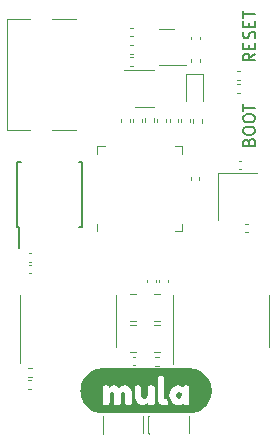
<source format=gbr>
%TF.GenerationSoftware,KiCad,Pcbnew,7.0.5-0*%
%TF.CreationDate,2023-07-31T19:13:05-04:00*%
%TF.ProjectId,mula,6d756c61-2e6b-4696-9361-645f70636258,rev?*%
%TF.SameCoordinates,Original*%
%TF.FileFunction,Legend,Top*%
%TF.FilePolarity,Positive*%
%FSLAX46Y46*%
G04 Gerber Fmt 4.6, Leading zero omitted, Abs format (unit mm)*
G04 Created by KiCad (PCBNEW 7.0.5-0) date 2023-07-31 19:13:05*
%MOMM*%
%LPD*%
G01*
G04 APERTURE LIST*
%ADD10C,0.150000*%
%ADD11C,0.120000*%
%ADD12C,0.100000*%
G04 APERTURE END LIST*
D10*
%TO.C,SW102*%
X149429819Y-77402381D02*
X148953628Y-77735714D01*
X149429819Y-77973809D02*
X148429819Y-77973809D01*
X148429819Y-77973809D02*
X148429819Y-77592857D01*
X148429819Y-77592857D02*
X148477438Y-77497619D01*
X148477438Y-77497619D02*
X148525057Y-77450000D01*
X148525057Y-77450000D02*
X148620295Y-77402381D01*
X148620295Y-77402381D02*
X148763152Y-77402381D01*
X148763152Y-77402381D02*
X148858390Y-77450000D01*
X148858390Y-77450000D02*
X148906009Y-77497619D01*
X148906009Y-77497619D02*
X148953628Y-77592857D01*
X148953628Y-77592857D02*
X148953628Y-77973809D01*
X148906009Y-76973809D02*
X148906009Y-76640476D01*
X149429819Y-76497619D02*
X149429819Y-76973809D01*
X149429819Y-76973809D02*
X148429819Y-76973809D01*
X148429819Y-76973809D02*
X148429819Y-76497619D01*
X149382200Y-76116666D02*
X149429819Y-75973809D01*
X149429819Y-75973809D02*
X149429819Y-75735714D01*
X149429819Y-75735714D02*
X149382200Y-75640476D01*
X149382200Y-75640476D02*
X149334580Y-75592857D01*
X149334580Y-75592857D02*
X149239342Y-75545238D01*
X149239342Y-75545238D02*
X149144104Y-75545238D01*
X149144104Y-75545238D02*
X149048866Y-75592857D01*
X149048866Y-75592857D02*
X149001247Y-75640476D01*
X149001247Y-75640476D02*
X148953628Y-75735714D01*
X148953628Y-75735714D02*
X148906009Y-75926190D01*
X148906009Y-75926190D02*
X148858390Y-76021428D01*
X148858390Y-76021428D02*
X148810771Y-76069047D01*
X148810771Y-76069047D02*
X148715533Y-76116666D01*
X148715533Y-76116666D02*
X148620295Y-76116666D01*
X148620295Y-76116666D02*
X148525057Y-76069047D01*
X148525057Y-76069047D02*
X148477438Y-76021428D01*
X148477438Y-76021428D02*
X148429819Y-75926190D01*
X148429819Y-75926190D02*
X148429819Y-75688095D01*
X148429819Y-75688095D02*
X148477438Y-75545238D01*
X148906009Y-75116666D02*
X148906009Y-74783333D01*
X149429819Y-74640476D02*
X149429819Y-75116666D01*
X149429819Y-75116666D02*
X148429819Y-75116666D01*
X148429819Y-75116666D02*
X148429819Y-74640476D01*
X148429819Y-74354761D02*
X148429819Y-73783333D01*
X149429819Y-74069047D02*
X148429819Y-74069047D01*
%TO.C,SW101*%
X148881009Y-84882142D02*
X148928628Y-84739285D01*
X148928628Y-84739285D02*
X148976247Y-84691666D01*
X148976247Y-84691666D02*
X149071485Y-84644047D01*
X149071485Y-84644047D02*
X149214342Y-84644047D01*
X149214342Y-84644047D02*
X149309580Y-84691666D01*
X149309580Y-84691666D02*
X149357200Y-84739285D01*
X149357200Y-84739285D02*
X149404819Y-84834523D01*
X149404819Y-84834523D02*
X149404819Y-85215475D01*
X149404819Y-85215475D02*
X148404819Y-85215475D01*
X148404819Y-85215475D02*
X148404819Y-84882142D01*
X148404819Y-84882142D02*
X148452438Y-84786904D01*
X148452438Y-84786904D02*
X148500057Y-84739285D01*
X148500057Y-84739285D02*
X148595295Y-84691666D01*
X148595295Y-84691666D02*
X148690533Y-84691666D01*
X148690533Y-84691666D02*
X148785771Y-84739285D01*
X148785771Y-84739285D02*
X148833390Y-84786904D01*
X148833390Y-84786904D02*
X148881009Y-84882142D01*
X148881009Y-84882142D02*
X148881009Y-85215475D01*
X148404819Y-84024999D02*
X148404819Y-83834523D01*
X148404819Y-83834523D02*
X148452438Y-83739285D01*
X148452438Y-83739285D02*
X148547676Y-83644047D01*
X148547676Y-83644047D02*
X148738152Y-83596428D01*
X148738152Y-83596428D02*
X149071485Y-83596428D01*
X149071485Y-83596428D02*
X149261961Y-83644047D01*
X149261961Y-83644047D02*
X149357200Y-83739285D01*
X149357200Y-83739285D02*
X149404819Y-83834523D01*
X149404819Y-83834523D02*
X149404819Y-84024999D01*
X149404819Y-84024999D02*
X149357200Y-84120237D01*
X149357200Y-84120237D02*
X149261961Y-84215475D01*
X149261961Y-84215475D02*
X149071485Y-84263094D01*
X149071485Y-84263094D02*
X148738152Y-84263094D01*
X148738152Y-84263094D02*
X148547676Y-84215475D01*
X148547676Y-84215475D02*
X148452438Y-84120237D01*
X148452438Y-84120237D02*
X148404819Y-84024999D01*
X148404819Y-82977380D02*
X148404819Y-82786904D01*
X148404819Y-82786904D02*
X148452438Y-82691666D01*
X148452438Y-82691666D02*
X148547676Y-82596428D01*
X148547676Y-82596428D02*
X148738152Y-82548809D01*
X148738152Y-82548809D02*
X149071485Y-82548809D01*
X149071485Y-82548809D02*
X149261961Y-82596428D01*
X149261961Y-82596428D02*
X149357200Y-82691666D01*
X149357200Y-82691666D02*
X149404819Y-82786904D01*
X149404819Y-82786904D02*
X149404819Y-82977380D01*
X149404819Y-82977380D02*
X149357200Y-83072618D01*
X149357200Y-83072618D02*
X149261961Y-83167856D01*
X149261961Y-83167856D02*
X149071485Y-83215475D01*
X149071485Y-83215475D02*
X148738152Y-83215475D01*
X148738152Y-83215475D02*
X148547676Y-83167856D01*
X148547676Y-83167856D02*
X148452438Y-83072618D01*
X148452438Y-83072618D02*
X148404819Y-82977380D01*
X148404819Y-82263094D02*
X148404819Y-81691666D01*
X149404819Y-81977380D02*
X148404819Y-81977380D01*
D11*
%TO.C,C115*%
X130242164Y-105065000D02*
X130457836Y-105065000D01*
X130242164Y-105785000D02*
X130457836Y-105785000D01*
%TO.C,D101*%
X145035000Y-79102500D02*
X143565000Y-79102500D01*
X143565000Y-79102500D02*
X143565000Y-81387500D01*
X145035000Y-81387500D02*
X145035000Y-79102500D01*
%TO.C,R105*%
X141905000Y-82921359D02*
X141905000Y-83228641D01*
X141145000Y-82921359D02*
X141145000Y-83228641D01*
%TO.C,C101*%
X148617164Y-91815000D02*
X148832836Y-91815000D01*
X148617164Y-92535000D02*
X148832836Y-92535000D01*
%TO.C,R104*%
X140880000Y-82896359D02*
X140880000Y-83203641D01*
X140120000Y-82896359D02*
X140120000Y-83203641D01*
%TO.C,U106*%
X142515000Y-100062500D02*
X142515000Y-103662500D01*
X142515000Y-100062500D02*
X142515000Y-97862500D01*
X150585000Y-100062500D02*
X150585000Y-102262500D01*
X150585000Y-100062500D02*
X150585000Y-97862500D01*
%TO.C,C114*%
X144040000Y-76177836D02*
X144040000Y-75962164D01*
X144760000Y-76177836D02*
X144760000Y-75962164D01*
D10*
%TO.C,U101*%
X129270000Y-92100000D02*
X129475000Y-92100000D01*
X129270000Y-92100000D02*
X129270000Y-86600000D01*
X129475000Y-92100000D02*
X129475000Y-93850000D01*
X134780000Y-92100000D02*
X134480000Y-92100000D01*
X134780000Y-92100000D02*
X134780000Y-86600000D01*
X129270000Y-86600000D02*
X129570000Y-86600000D01*
X134780000Y-86600000D02*
X134480000Y-86600000D01*
D11*
%TO.C,R107*%
X130201359Y-104045000D02*
X130508641Y-104045000D01*
X130201359Y-104805000D02*
X130508641Y-104805000D01*
%TO.C,U104*%
X141937500Y-78405000D02*
X143612500Y-78405000D01*
X141937500Y-78405000D02*
X141287500Y-78405000D01*
X141937500Y-75285000D02*
X142587500Y-75285000D01*
X141937500Y-75285000D02*
X141287500Y-75285000D01*
%TO.C,R109*%
X144195000Y-83253641D02*
X144195000Y-82946359D01*
X144955000Y-83253641D02*
X144955000Y-82946359D01*
%TO.C,C105*%
X130477836Y-96010000D02*
X130262164Y-96010000D01*
X130477836Y-95290000D02*
X130262164Y-95290000D01*
%TO.C,R103*%
X138872500Y-82911359D02*
X138872500Y-83218641D01*
X138112500Y-82911359D02*
X138112500Y-83218641D01*
%TO.C,U105*%
X129565000Y-100037500D02*
X129565000Y-103637500D01*
X129565000Y-100037500D02*
X129565000Y-97837500D01*
X137635000Y-100037500D02*
X137635000Y-102237500D01*
X137635000Y-100037500D02*
X137635000Y-97837500D01*
%TO.C,C106*%
X130477836Y-95035000D02*
X130262164Y-95035000D01*
X130477836Y-94315000D02*
X130262164Y-94315000D01*
%TO.C,C103*%
X142910000Y-82962164D02*
X142910000Y-83177836D01*
X142190000Y-82962164D02*
X142190000Y-83177836D01*
%TO.C,C112*%
X142035000Y-96567164D02*
X142035000Y-96782836D01*
X141315000Y-96567164D02*
X141315000Y-96782836D01*
%TO.C,C104*%
X139842500Y-82947164D02*
X139842500Y-83162836D01*
X139122500Y-82947164D02*
X139122500Y-83162836D01*
%TO.C,R106*%
X147866359Y-78840000D02*
X148173641Y-78840000D01*
X147866359Y-79600000D02*
X148173641Y-79600000D01*
D12*
%TO.C,L101*%
X136520000Y-108125000D02*
X136520000Y-109525000D01*
X136520000Y-108125000D02*
X136570000Y-108125000D01*
X136520000Y-109525000D02*
X136570000Y-109525000D01*
X139930000Y-108125000D02*
X139970000Y-108125000D01*
X139930000Y-109525000D02*
X139970000Y-109525000D01*
X139970000Y-108125000D02*
X139970000Y-109525000D01*
X136630000Y-109655000D02*
G75*
G03*
X136630000Y-109655000I-20000J0D01*
G01*
D11*
%TO.C,C107*%
X141035000Y-96567164D02*
X141035000Y-96782836D01*
X140315000Y-96567164D02*
X140315000Y-96782836D01*
%TO.C,U103*%
X140100000Y-78785000D02*
X138300000Y-78785000D01*
X140100000Y-78785000D02*
X140900000Y-78785000D01*
X140100000Y-81905000D02*
X139300000Y-81905000D01*
X140100000Y-81905000D02*
X140900000Y-81905000D01*
%TO.C,RN101*%
X140900000Y-100052500D02*
X141400000Y-100052500D01*
X140900000Y-97772500D02*
X141400000Y-97772500D01*
%TO.C,C102*%
X148257836Y-87210000D02*
X148042164Y-87210000D01*
X148257836Y-86490000D02*
X148042164Y-86490000D01*
%TO.C,R101*%
X148173641Y-80700000D02*
X147866359Y-80700000D01*
X148173641Y-79940000D02*
X147866359Y-79940000D01*
%TO.C,RN104*%
X139325000Y-97772500D02*
X138825000Y-97772500D01*
X139325000Y-100052500D02*
X138825000Y-100052500D01*
%TO.C,C111*%
X143190000Y-83177836D02*
X143190000Y-82962164D01*
X143910000Y-83177836D02*
X143910000Y-82962164D01*
%TO.C,C109*%
X143990000Y-88082836D02*
X143990000Y-87867164D01*
X144710000Y-88082836D02*
X144710000Y-87867164D01*
%TO.C,C110*%
X138867164Y-76685000D02*
X139082836Y-76685000D01*
X138867164Y-77405000D02*
X139082836Y-77405000D01*
D12*
%TO.C,L102*%
X140395000Y-108125000D02*
X140395000Y-109525000D01*
X140395000Y-108125000D02*
X140445000Y-108125000D01*
X140395000Y-109525000D02*
X140445000Y-109525000D01*
X143805000Y-108125000D02*
X143845000Y-108125000D01*
X143805000Y-109525000D02*
X143845000Y-109525000D01*
X143845000Y-108125000D02*
X143845000Y-109525000D01*
X140505000Y-109655000D02*
G75*
G03*
X140505000Y-109655000I-20000J0D01*
G01*
%TO.C,kibuzzard-64C5EFF0*%
G36*
X143201963Y-106138913D02*
G01*
X143276575Y-106331000D01*
X143198788Y-106519912D01*
X143003525Y-106605638D01*
X142803500Y-106521500D01*
X142720950Y-106332587D01*
X142798738Y-106138913D01*
X143001938Y-106050013D01*
X143201963Y-106138913D01*
G37*
G36*
X144038185Y-104054700D02*
G01*
X144223058Y-104082123D01*
X144404353Y-104127535D01*
X144580324Y-104190498D01*
X144749276Y-104270407D01*
X144909582Y-104366490D01*
X145059698Y-104477824D01*
X145198179Y-104603336D01*
X145323690Y-104741816D01*
X145435024Y-104891933D01*
X145531108Y-105052239D01*
X145611016Y-105221191D01*
X145673980Y-105397161D01*
X145719392Y-105578456D01*
X145746815Y-105763329D01*
X145755985Y-105950000D01*
X145746815Y-106136671D01*
X145719392Y-106321544D01*
X145673980Y-106502839D01*
X145611016Y-106678809D01*
X145531108Y-106847761D01*
X145435024Y-107008067D01*
X145323690Y-107158184D01*
X145198179Y-107296664D01*
X145059698Y-107422176D01*
X144909582Y-107533510D01*
X144749276Y-107629593D01*
X144580324Y-107709502D01*
X144404353Y-107772465D01*
X144223058Y-107817877D01*
X144038185Y-107845300D01*
X143851515Y-107854471D01*
X143851250Y-107854471D01*
X143602013Y-107854471D01*
X141835125Y-107854471D01*
X140641325Y-107854471D01*
X138717275Y-107854471D01*
X136548750Y-107854471D01*
X136548485Y-107854471D01*
X136361815Y-107845300D01*
X136176942Y-107817877D01*
X135995647Y-107772465D01*
X135819676Y-107709502D01*
X135650724Y-107629593D01*
X135490418Y-107533510D01*
X135340302Y-107422176D01*
X135201821Y-107296664D01*
X135076310Y-107158184D01*
X134964976Y-107008067D01*
X134893137Y-106888212D01*
X136548750Y-106888212D01*
X136553513Y-106999338D01*
X136580500Y-107081888D01*
X136663844Y-107146181D01*
X136824975Y-107167613D01*
X136986900Y-107146975D01*
X137072625Y-107085063D01*
X137102788Y-107000925D01*
X137107550Y-106891387D01*
X137107550Y-106329413D01*
X137155175Y-106122244D01*
X137298050Y-106053188D01*
X137445688Y-106122244D01*
X137494900Y-106329413D01*
X137494900Y-106885038D01*
X137499663Y-106994575D01*
X137526650Y-107078713D01*
X137609994Y-107145388D01*
X137771125Y-107167613D01*
X137934638Y-107146181D01*
X138018775Y-107081888D01*
X138048938Y-106999338D01*
X138053700Y-106888212D01*
X138053700Y-106332587D01*
X138093388Y-106126213D01*
X138244200Y-106053188D01*
X138391838Y-106122244D01*
X138441050Y-106329413D01*
X138441050Y-106885038D01*
X138445813Y-106994575D01*
X138472800Y-107078713D01*
X138556144Y-107145388D01*
X138717275Y-107167613D01*
X138879994Y-107146181D01*
X138961750Y-107081888D01*
X138991913Y-106997750D01*
X138996675Y-106888212D01*
X138996675Y-106332587D01*
X138996231Y-106326238D01*
X139250675Y-106326238D01*
X139274135Y-106547253D01*
X139344514Y-106744632D01*
X139461813Y-106918375D01*
X139614742Y-107053313D01*
X139792013Y-107134275D01*
X139993625Y-107161263D01*
X140228575Y-107091413D01*
X140314300Y-107021563D01*
X140371450Y-106958063D01*
X140403200Y-107088238D01*
X140484956Y-107145388D01*
X140641325Y-107164438D01*
X140800869Y-107143800D01*
X140885800Y-107081888D01*
X140915963Y-107000925D01*
X140920725Y-106894563D01*
X140920725Y-106497688D01*
X141174725Y-106497688D01*
X141196950Y-106791375D01*
X141263625Y-106992988D01*
X141379513Y-107098556D01*
X141581125Y-107154913D01*
X141835125Y-107169200D01*
X141974825Y-107135863D01*
X142022450Y-107052519D01*
X142038325Y-106891387D01*
X141974825Y-106665962D01*
X141920850Y-106638975D01*
X141833538Y-106634213D01*
X141749400Y-106604050D01*
X141730350Y-106459588D01*
X141730350Y-106327825D01*
X142165325Y-106327825D01*
X142191431Y-106540021D01*
X142269747Y-106734225D01*
X142400275Y-106910438D01*
X142561318Y-107049785D01*
X142731181Y-107133393D01*
X142909863Y-107161263D01*
X143145209Y-107119194D01*
X143301975Y-106992988D01*
X143370238Y-107118400D01*
X143602013Y-107161263D01*
X143742903Y-107140625D01*
X143819500Y-107078713D01*
X143846488Y-106994575D01*
X143851250Y-106885038D01*
X143851250Y-105773788D01*
X143846488Y-105664250D01*
X143817913Y-105580113D01*
X143733775Y-105513438D01*
X143549625Y-105494388D01*
X143371031Y-105538838D01*
X143298800Y-105672188D01*
X143241650Y-105607100D01*
X143117825Y-105535663D01*
X142920975Y-105497562D01*
X142737707Y-105525256D01*
X142564669Y-105608335D01*
X142401863Y-105746800D01*
X142270453Y-105922131D01*
X142191607Y-106115806D01*
X142165325Y-106327825D01*
X141730350Y-106327825D01*
X141730350Y-104989563D01*
X141725588Y-104878437D01*
X141695425Y-104792712D01*
X141611288Y-104728419D01*
X141454125Y-104706987D01*
X141290613Y-104728419D01*
X141206475Y-104792712D01*
X141179488Y-104876850D01*
X141174725Y-104986388D01*
X141174725Y-106497688D01*
X140920725Y-106497688D01*
X140920725Y-105770613D01*
X140915963Y-105661075D01*
X140888975Y-105576937D01*
X140805631Y-105512644D01*
X140644500Y-105491212D01*
X140481781Y-105511850D01*
X140400025Y-105573763D01*
X140369863Y-105657900D01*
X140365100Y-105767438D01*
X140365100Y-106329413D01*
X140287313Y-106529438D01*
X140084113Y-106605638D01*
X139884088Y-106532613D01*
X139809475Y-106329413D01*
X139809475Y-105773788D01*
X139790425Y-105611863D01*
X139706288Y-105521375D01*
X139530075Y-105491212D01*
X139366563Y-105512644D01*
X139282425Y-105576937D01*
X139255438Y-105659488D01*
X139250675Y-105770613D01*
X139250675Y-106326238D01*
X138996231Y-106326238D01*
X138977625Y-106060419D01*
X138920475Y-105845049D01*
X138825225Y-105686475D01*
X138633138Y-105540028D01*
X138399775Y-105491212D01*
X138177525Y-105553125D01*
X138020363Y-105667425D01*
X137936225Y-105767438D01*
X137812047Y-105613979D01*
X137651181Y-105521904D01*
X137453625Y-105491212D01*
X137259156Y-105547569D01*
X137094850Y-105716638D01*
X137040875Y-105551537D01*
X136809100Y-105494388D01*
X136663844Y-105515819D01*
X136583675Y-105580113D01*
X136553513Y-105661075D01*
X136548750Y-105770613D01*
X136548750Y-106888212D01*
X134893137Y-106888212D01*
X134868892Y-106847761D01*
X134788984Y-106678809D01*
X134726020Y-106502839D01*
X134680608Y-106321544D01*
X134653185Y-106136671D01*
X134644015Y-105950000D01*
X134653185Y-105763329D01*
X134680608Y-105578456D01*
X134726020Y-105397161D01*
X134788984Y-105221191D01*
X134868892Y-105052239D01*
X134964976Y-104891933D01*
X135076310Y-104741816D01*
X135201821Y-104603336D01*
X135340302Y-104477824D01*
X135490418Y-104366490D01*
X135650724Y-104270407D01*
X135819676Y-104190498D01*
X135995647Y-104127535D01*
X136176942Y-104082123D01*
X136361815Y-104054700D01*
X136548485Y-104045529D01*
X136548750Y-104045529D01*
X143851250Y-104045529D01*
X143851515Y-104045529D01*
X144038185Y-104054700D01*
G37*
D11*
%TO.C,Y101*%
X149600000Y-87525000D02*
X146300000Y-87525000D01*
X146300000Y-87525000D02*
X146300000Y-91525000D01*
%TO.C,RN102*%
X139325000Y-100347500D02*
X138825000Y-100347500D01*
X139325000Y-102627500D02*
X138825000Y-102627500D01*
%TO.C,R102*%
X138821359Y-77690000D02*
X139128641Y-77690000D01*
X138821359Y-78450000D02*
X139128641Y-78450000D01*
%TO.C,R108*%
X140971359Y-103070000D02*
X141278641Y-103070000D01*
X140971359Y-103830000D02*
X141278641Y-103830000D01*
%TO.C,U102*%
X143260000Y-92460000D02*
X142610000Y-92460000D01*
X136040000Y-91810000D02*
X136040000Y-92460000D01*
X143260000Y-91810000D02*
X143260000Y-92460000D01*
X136040000Y-85890000D02*
X136040000Y-85240000D01*
X143260000Y-85890000D02*
X143260000Y-85240000D01*
X136040000Y-85240000D02*
X136690000Y-85240000D01*
X143260000Y-85240000D02*
X142610000Y-85240000D01*
%TO.C,C116*%
X139302836Y-103810000D02*
X139087164Y-103810000D01*
X139302836Y-103090000D02*
X139087164Y-103090000D01*
%TO.C,C108*%
X139082836Y-75935000D02*
X138867164Y-75935000D01*
X139082836Y-75215000D02*
X138867164Y-75215000D01*
%TO.C,C113*%
X144760000Y-77862164D02*
X144760000Y-78077836D01*
X144040000Y-77862164D02*
X144040000Y-78077836D01*
%TO.C,RN103*%
X140900000Y-102627500D02*
X141400000Y-102627500D01*
X140900000Y-100347500D02*
X141400000Y-100347500D01*
%TO.C,J101*%
X134250000Y-74500000D02*
X132250000Y-74500000D01*
X130350000Y-74500000D02*
X128450000Y-74500000D01*
X128450000Y-74500000D02*
X128450000Y-83900000D01*
X134250000Y-83900000D02*
X132250000Y-83900000D01*
X130350000Y-83900000D02*
X128450000Y-83900000D01*
%TD*%
M02*

</source>
